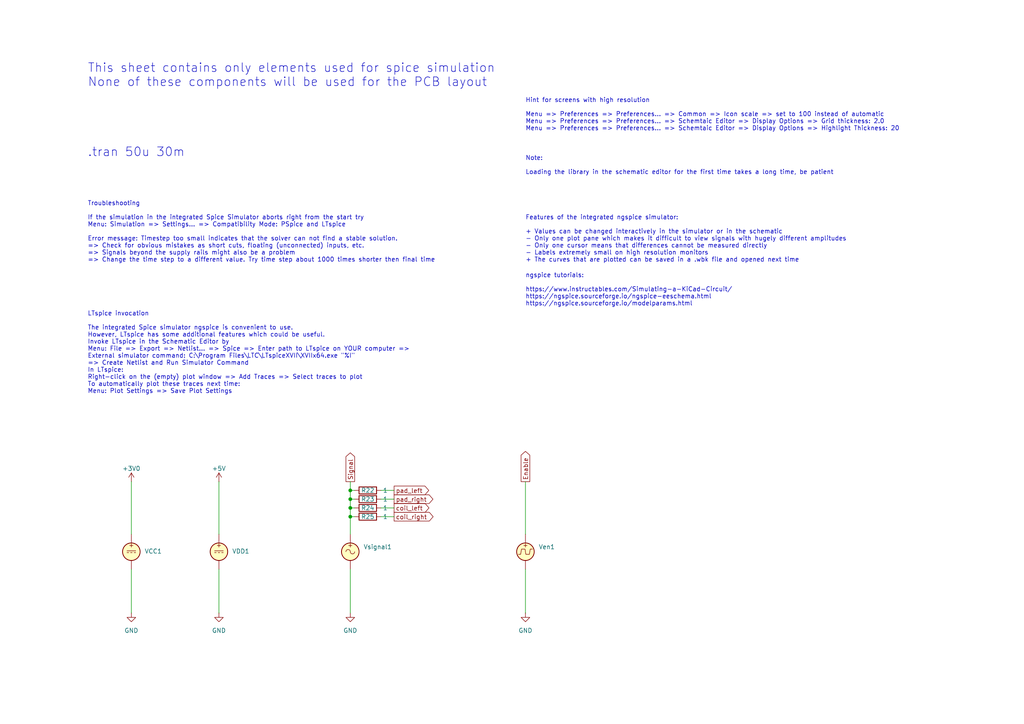
<source format=kicad_sch>
(kicad_sch (version 20250114) (generator "eeschema") (generator_version "9.0")
  (paper "A4")
  (title_block (title "Simulation commands, parameters and sources") (date "2022-12-22") (company "hhrt@zhaw.ch"))
  (lib_symbols
    (symbol "Device:R" (pin_numbers (hide yes)) (pin_names (offset 0))
      (property "Reference" "R" (at 2.032 0 90))
      (property "Value" "R" (at 0 0 90))
      (symbol "R_0_1"
        (rectangle (start -1.016 -2.54) (end 1.016 2.54) (stroke (width 0.254)))
      )
      (symbol "R_1_1"
        (pin passive line (at 0 3.81 270) (length 1.27) (name "~") (number "1"))
        (pin passive line (at 0 -3.81 90) (length 1.27) (name "~") (number "2"))
      )
    )
    (symbol "Simulation_SPICE:VDC" (pin_numbers (hide yes)) (pin_names (offset 0.0254))
      (property "Reference" "V" (at 2.54 2.54 0))
      (property "Value" "1" (at 2.54 0 0))
      (symbol "VDC_0_0"
        (polyline (pts (xy -1.27 0.254) (xy 1.27 0.254)))
        (polyline (pts (xy -0.762 -0.254) (xy -1.27 -0.254)))
        (polyline (pts (xy 0.254 -0.254) (xy -0.254 -0.254)))
        (polyline (pts (xy 1.27 -0.254) (xy 0.762 -0.254)))
        (text "+" (at 0 1.905 0) (effects (font (size 1.27 1.27))))
      )
      (symbol "VDC_0_1"
        (circle (center 0 0) (radius 2.54) (stroke (width 0.254)) (fill (type background)))
      )
      (symbol "VDC_1_1"
        (pin passive line (at 0 5.08 270) (length 2.54) (name "~") (number "1"))
        (pin passive line (at 0 -5.08 90) (length 2.54) (name "~") (number "2"))
      )
    )
    (symbol "Simulation_SPICE:VPULSE" (pin_numbers (hide yes)) (pin_names (offset 0.0254))
      (property "Reference" "V" (at 2.54 2.54 0))
      (property "Value" "VPULSE" (at 2.54 0 0))
      (property "Sim.Params" "y1=0 y2=1 td=2n tr=2n tf=2n tw=50n per=100n" (at 2.54 -2.54 0))
      (symbol "VPULSE_0_0"
        (polyline (pts (xy -2.032 -0.762) (xy -1.397 -0.762) (xy -1.143 0.762) (xy -0.127 0.762) (xy 0.127 -0.762) (xy 1.143 -0.762) (xy 1.397 0.762) (xy 2.032 0.762)))
        (text "+" (at 0 1.905 0) (effects (font (size 1.27 1.27))))
      )
      (symbol "VPULSE_0_1"
        (circle (center 0 0) (radius 2.54) (stroke (width 0.254)) (fill (type background)))
      )
      (symbol "VPULSE_1_1"
        (pin passive line (at 0 5.08 270) (length 2.54) (name "~") (number "1"))
        (pin passive line (at 0 -5.08 90) (length 2.54) (name "~") (number "2"))
      )
    )
    (symbol "VDC_1" (pin_numbers (hide yes)) (pin_names (offset 0.0254))
      (property "Reference" "V" (at 2.54 2.54 0))
      (property "Value" "1" (at 2.54 0 0))
      (symbol "VDC_1_0_0"
        (polyline (pts (xy -1.27 0.254) (xy 1.27 0.254)))
        (polyline (pts (xy -0.762 -0.254) (xy -1.27 -0.254)))
        (polyline (pts (xy 0.254 -0.254) (xy -0.254 -0.254)))
        (polyline (pts (xy 1.27 -0.254) (xy 0.762 -0.254)))
        (text "+" (at 0 1.905 0) (effects (font (size 1.27 1.27))))
      )
      (symbol "VDC_1_0_1"
        (circle (center 0 0) (radius 2.54) (stroke (width 0.254)) (fill (type background)))
      )
      (symbol "VDC_1_1_1"
        (pin passive line (at 0 5.08 270) (length 2.54) (name "~") (number "1"))
        (pin passive line (at 0 -5.08 90) (length 2.54) (name "~") (number "2"))
      )
    )
    (symbol "VSIN_1" (pin_numbers (hide yes)) (pin_names (offset 0.0254))
      (property "Reference" "V" (at 2.54 2.54 0))
      (property "Value" "VSIN" (at 2.54 0 0))
      (property "Sim.Params" "dc=0 ampl=1 f=1k ac=1" (at 2.54 -2.54 0))
      (symbol "VSIN_1_0_0"
        (arc (start -1.27 0) (mid -0.635 0.6323) (end 0 0))
        (arc (start 1.27 0) (mid 0.635 -0.6323) (end 0 0))
        (text "+" (at 0 1.905 0) (effects (font (size 1.27 1.27))))
      )
      (symbol "VSIN_1_0_1"
        (circle (center 0 0) (radius 2.54) (stroke (width 0.254)) (fill (type background)))
      )
      (symbol "VSIN_1_1_1"
        (pin passive line (at 0 5.08 270) (length 2.54) (name "~") (number "1"))
        (pin passive line (at 0 -5.08 90) (length 2.54) (name "~") (number "2"))
      )
    )
    (symbol "power:+3V0" (power) (pin_numbers (hide yes)) (pin_names (offset 0) (hide yes))
      (property "Value" "+3V0" (at 0 3.556 0))
      (symbol "+3V0_0_1"
        (polyline (pts (xy -0.762 1.27) (xy 0 2.54)))
        (polyline (pts (xy 0 2.54) (xy 0.762 1.27)))
        (polyline (pts (xy 0 0) (xy 0 2.54)))
      )
      (symbol "+3V0_1_1"
        (pin power_in line (at 0 0 90) (length 0) (name "~") (number "1"))
      )
    )
    (symbol "power:+5V" (power) (pin_numbers (hide yes)) (pin_names (offset 0) (hide yes))
      (property "Value" "+5V" (at 0 3.556 0))
      (symbol "+5V_0_1"
        (polyline (pts (xy -0.762 1.27) (xy 0 2.54)))
        (polyline (pts (xy 0 2.54) (xy 0.762 1.27)))
        (polyline (pts (xy 0 0) (xy 0 2.54)))
      )
      (symbol "+5V_1_1"
        (pin power_in line (at 0 0 90) (length 0) (name "~") (number "1"))
      )
    )
    (symbol "power:GND" (power) (pin_numbers (hide yes)) (pin_names (offset 0) (hide yes))
      (property "Value" "GND" (at 0 -3.81 0))
      (symbol "GND_0_1"
        (polyline (pts (xy 0 0) (xy 0 -1.27) (xy 1.27 -1.27) (xy 0 -2.54) (xy -1.27 -1.27) (xy 0 -1.27)))
      )
      (symbol "GND_1_1"
        (pin power_in line (at 0 0 270) (length 0) (name "~") (number "1"))
      )
    )
  )
  (text "Note:\n\nLoading the library in the schematic editor for the first time takes a long time, be patient" (at 152.4 50.8 0) (effects (font (size 1.27 1.27)) (justify left bottom)))
  (text "LTspice invocation\n\nThe integrated Spice simulator ngspice is convenient to use.\nHowever, LTspice has some additional features which could be useful.\nInvoke LTspice in the Schematic Editor by\nMenu: File => Export => Netlist... => Spice => Enter path to LTspice on YOUR computer =>\nExternal simulator command: C:\\Program Files\\LTC\\LTspiceXVII\\XVIIx64.exe \"%I\"\n=> Create Netlist and Run Simulator Command\nIn LTspice:\nRight-click on the (empty) plot window => Add Traces => Select traces to plot\nTo automatically plot these traces next time:\nMenu: Plot Settings => Save Plot Settings" (at 25.4 114.3 0) (effects (font (size 1.27 1.27)) (justify left bottom)))
  (text "This sheet contains only elements used for spice simulation\nNone of these components will be used for the PCB layout" (at 25.4 25.4 0) (effects (font (size 2.54 2.54)) (justify left bottom)))
  (text "Features of the integrated ngspice simulator:\n\n+ Values can be changed interactively in the simulator or in the schematic\n- Only one plot pane which makes it difficult to view signals with hugely different amplitudes\n- Only one cursor means that differences cannot be measured directly\n- Labels extremely small on high resolution monitors\n+ The curves that are plotted can be saved in a .wbk file and opened next time\n" (at 152.4 76.2 0) (effects (font (size 1.27 1.27)) (justify left bottom)))
  (text ".tran 50u 30m" (at 25.4 45.72 0) (effects (font (size 2.54 2.54)) (justify left bottom)))
  (text "ngspice tutorials:\n\nhttps://www.instructables.com/Simulating-a-KiCad-Circuit/\nhttps://ngspice.sourceforge.io/ngspice-eeschema.html\nhttps://ngspice.sourceforge.io/modelparams.html" (at 152.4 88.9 0) (effects (font (size 1.27 1.27)) (justify left bottom)))
  (text "Troubleshooting\n\nIf the simulation in the integrated Spice Simulator aborts right from the start try\nMenu: Simulation => Settings... => Compatibility Mode: PSpice and LTspice\n\nError message: Timestep too small indicates that the solver can not find a stable solution.\n=> Check for obvious mistakes as short cuts, floating (unconnected) inputs, etc.\n=> Signals beyond the supply rails might also be a problem\n=> Change the time step to a different value. Try time step about 1000 times shorter then final time" (at 25.4 76.2 0) (effects (font (size 1.27 1.27)) (justify left bottom)))
  (text "Hint for screens with high resolution\n\nMenu => Preferences => Preferences... => Common => Icon scale => set to 100 instead of automatic\nMenu => Preferences => Preferences... => Schemtaic Editor => Display Options => Grid thickness: 2.0\nMenu => Preferences => Preferences... => Schemtaic Editor => Display Options => Highlight Thickness: 20" (at 152.4 38.1 0) (effects (font (size 1.27 1.27)) (justify left bottom)))
  (junction (at 101.6 149.86))
  (junction (at 101.6 147.32))
  (junction (at 101.6 144.78))
  (junction (at 101.6 142.24))
  (wire (pts (xy 101.6 147.32) (xy 101.6 149.86)))
  (wire (pts (xy 63.5 139.7) (xy 63.5 154.94)))
  (wire (pts (xy 101.6 149.86) (xy 101.6 154.94)))
  (wire (pts (xy 63.5 165.1) (xy 63.5 177.8)))
  (wire (pts (xy 101.6 149.86) (xy 102.87 149.86)))
  (wire (pts (xy 152.4 165.1) (xy 152.4 177.8)))
  (wire (pts (xy 110.49 142.24) (xy 114.3 142.24)))
  (wire (pts (xy 38.1 165.1) (xy 38.1 177.8)))
  (wire (pts (xy 101.6 144.78) (xy 102.87 144.78)))
  (wire (pts (xy 110.49 149.86) (xy 114.3 149.86)))
  (wire (pts (xy 101.6 165.1) (xy 101.6 177.8)))
  (wire (pts (xy 101.6 139.7) (xy 101.6 142.24)))
  (wire (pts (xy 152.4 139.7) (xy 152.4 154.94)))
  (wire (pts (xy 101.6 144.78) (xy 101.6 147.32)))
  (wire (pts (xy 110.49 144.78) (xy 114.3 144.78)))
  (wire (pts (xy 102.87 142.24) (xy 101.6 142.24)))
  (wire (pts (xy 38.1 139.7) (xy 38.1 154.94)))
  (wire (pts (xy 101.6 142.24) (xy 101.6 144.78)))
  (wire (pts (xy 110.49 147.32) (xy 114.3 147.32)))
  (wire (pts (xy 101.6 147.32) (xy 102.87 147.32)))
  (global_label "pad_right" (shape output) (at 114.3 144.78 0) (property "Intersheetrefs" "${INTERSHEET_REFS}" (effects (hide yes))))
  (global_label "pad_left" (shape output) (at 114.3 142.24 0) (property "Intersheetrefs" "${INTERSHEET_REFS}" (effects (hide yes))))
  (global_label "coil_right" (shape output) (at 114.3 149.86 0) (property "Intersheetrefs" "${INTERSHEET_REFS}" (effects (hide yes))))
  (global_label "coil_left" (shape output) (at 114.3 147.32 0) (property "Intersheetrefs" "${INTERSHEET_REFS}" (effects (hide yes))))
  (global_label "Signal" (shape output) (at 101.6 139.7 90) (property "Intersheetrefs" "${INTERSHEET_REFS}" (effects (hide yes))))
  (global_label "Enable" (shape output) (at 152.4 139.7 90) (property "Intersheetrefs" "${INTERSHEET_REFS}" (effects (hide yes))))
  (symbol (lib_id "Device:R") (at 106.68 149.86 90) (unit 1) (in_bom no) (on_board no)
    (property "Reference" "R25" (at 106.68 149.86 90))
    (property "Value" "1" (at 111.76 149.86 90))
    (property "Footprint" "Resistor_SMD:R_0805_2012Metric_Pad1.20x1.40mm_HandSolder" (effects (hide yes)))
  )
  (symbol (lib_id "power:+5V") (at 63.5 139.7 0) (unit 1)
    (property "Reference" "#PWR053" (effects (hide yes)))
    (property "Value" "+5V" (at 63.5 135.89 0))
    (property "Description" "Power symbol creates a global label with name \"+5V\"" (effects (hide yes)))
  )
  (symbol (lib_id "Device:R") (at 106.68 147.32 90) (unit 1) (in_bom no) (on_board no)
    (property "Reference" "R24" (at 106.68 147.32 90))
    (property "Value" "1" (at 111.76 147.32 90))
    (property "Footprint" "Resistor_SMD:R_0805_2012Metric_Pad1.20x1.40mm_HandSolder" (effects (hide yes)))
  )
  (symbol (lib_id "Simulation_SPICE:VDC") (at 63.5 160.02 0) (unit 1) (in_bom no) (on_board no)
    (property "Reference" "VDD1" (at 67.31 159.8902 0) (effects (justify left)))
    (property "Value" "5" (effects (hide yes)))
    (property "Datasheet" "https://ngspice.sourceforge.io/docs/ngspice-html-manual/manual.xhtml#sec_Independent_Sources_for" (effects (hide yes)))
    (property "Description" "Voltage source, DC" (effects (hide yes)))
    (property "Sim.Device" "V" (effects (hide yes)))
    (property "Sim.Type" "DC" (effects (hide yes)))
    (property "Sim.Pins" "1=+ 2=-" (effects (hide yes)))
  )
  (symbol (lib_id "power:GND") (at 63.5 177.8 0) (unit 1)
    (property "Reference" "#PWR056" (effects (hide yes)))
    (property "Value" "GND" (at 63.5 182.88 0))
    (property "Description" "Power symbol creates a global label with name \"GND\" , ground" (effects (hide yes)))
  )
  (symbol (lib_id "power:GND") (at 152.4 177.8 0) (unit 1)
    (property "Reference" "#PWR023" (effects (hide yes)))
    (property "Value" "GND" (at 152.4 182.88 0))
    (property "Description" "Power symbol creates a global label with name \"GND\" , ground" (effects (hide yes)))
  )
  (symbol (lib_id "power:GND") (at 38.1 177.8 0) (unit 1)
    (property "Reference" "#PWR057" (effects (hide yes)))
    (property "Value" "GND" (at 38.1 182.88 0))
    (property "Description" "Power symbol creates a global label with name \"GND\" , ground" (effects (hide yes)))
  )
  (symbol (lib_id "Device:R") (at 106.68 144.78 90) (unit 1) (in_bom no) (on_board no)
    (property "Reference" "R23" (at 106.68 144.78 90))
    (property "Value" "1" (at 111.76 144.78 90))
    (property "Footprint" "Resistor_SMD:R_0805_2012Metric_Pad1.20x1.40mm_HandSolder" (effects (hide yes)))
  )
  (symbol (lib_name "VDC_1") (lib_id "Simulation_SPICE:VDC") (at 38.1 160.02 0) (unit 1) (in_bom no) (on_board no)
    (property "Reference" "VCC1" (at 41.91 159.8902 0) (effects (justify left)))
    (property "Value" "3" (effects (hide yes)))
    (property "Datasheet" "https://ngspice.sourceforge.io/docs/ngspice-html-manual/manual.xhtml#sec_Independent_Sources_for" (effects (hide yes)))
    (property "Description" "Voltage source, DC" (effects (hide yes)))
    (property "Sim.Device" "V" (effects (hide yes)))
    (property "Sim.Type" "DC" (effects (hide yes)))
    (property "Sim.Pins" "1=+ 2=-" (effects (hide yes)))
  )
  (symbol (lib_id "power:GND") (at 101.6 177.8 0) (unit 1)
    (property "Reference" "#PWR055" (effects (hide yes)))
    (property "Value" "GND" (at 101.6 182.88 0))
    (property "Description" "Power symbol creates a global label with name \"GND\" , ground" (effects (hide yes)))
  )
  (symbol (lib_id "power:+3V0") (at 38.1 139.7 0) (unit 1)
    (property "Reference" "#PWR052" (effects (hide yes)))
    (property "Value" "+3V0" (at 38.1 135.89 0))
    (property "Description" "Power symbol creates a global label with name \"+3V0\"" (effects (hide yes)))
  )
  (symbol (lib_name "VSIN_1") (lib_id "Simulation_SPICE:VSIN") (at 101.6 160.02 0) (unit 1) (in_bom no) (on_board no)
    (property "Reference" "Vsignal1" (at 105.41 158.6202 0) (effects (justify left)))
    (property "Value" "VSOURCE" (effects (hide yes)))
    (property "Datasheet" "https://ngspice.sourceforge.io/docs/ngspice-html-manual/manual.xhtml#sec_Independent_Sources_for" (effects (hide yes)))
    (property "Description" "Voltage source, sinusoidal" (effects (hide yes)))
    (property "Sim.Device" "V" (effects (hide yes)))
    (property "Sim.Params" "dc=1.5 ampl=5m f=1k ac=1" (effects (hide yes)))
    (property "Sim.Pins" "1=+ 2=-" (effects (hide yes)))
    (property "Sim.Type" "SIN" (effects (hide yes)))
  )
  (symbol (lib_id "Device:R") (at 106.68 142.24 90) (unit 1) (in_bom no) (on_board no)
    (property "Reference" "R22" (at 106.68 142.24 90))
    (property "Value" "1" (at 111.76 142.24 90))
    (property "Footprint" "Resistor_SMD:R_0805_2012Metric_Pad1.20x1.40mm_HandSolder" (effects (hide yes)))
  )
  (symbol (lib_id "Simulation_SPICE:VPULSE") (at 152.4 160.02 0) (unit 1) (in_bom no) (on_board no)
    (property "Reference" "Ven1" (at 156.21 158.6202 0) (effects (justify left)))
    (property "Value" "VSOURCE" (effects (hide yes)))
    (property "Datasheet" "https://ngspice.sourceforge.io/docs/ngspice-html-manual/manual.xhtml#sec_Independent_Sources_for" (effects (hide yes)))
    (property "Description" "Voltage source, pulse" (effects (hide yes)))
    (property "Sim.Device" "V" (effects (hide yes)))
    (property "Sim.Params" "y1=0 y2=3 td=10m tr=1m tf=1m tw=9m" (effects (hide yes)))
    (property "Sim.Pins" "1=+ 2=-" (effects (hide yes)))
    (property "Sim.Type" "PULSE" (effects (hide yes)))
  )
)
</source>
